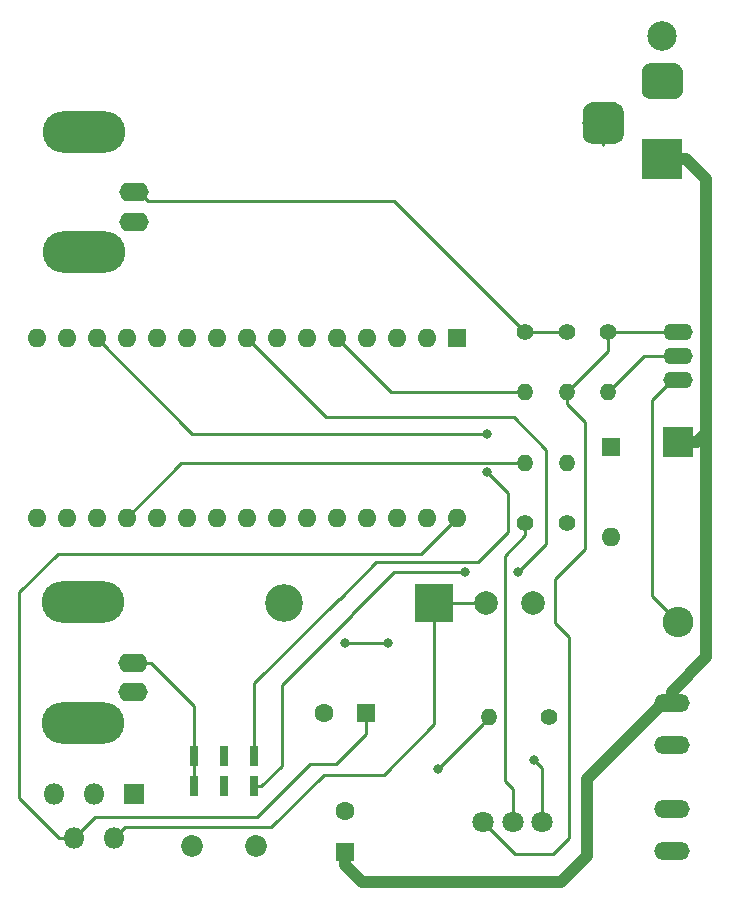
<source format=gbr>
G04 #@! TF.GenerationSoftware,KiCad,Pcbnew,(5.0.0)*
G04 #@! TF.CreationDate,2018-10-11T22:14:57+02:00*
G04 #@! TF.ProjectId,OpenSpritzer_1.2,4F70656E53707269747A65725F312E32,rev?*
G04 #@! TF.SameCoordinates,Original*
G04 #@! TF.FileFunction,Copper,L1,Top,Signal*
G04 #@! TF.FilePolarity,Positive*
%FSLAX46Y46*%
G04 Gerber Fmt 4.6, Leading zero omitted, Abs format (unit mm)*
G04 Created by KiCad (PCBNEW (5.0.0)) date 10/11/18 22:14:57*
%MOMM*%
%LPD*%
G01*
G04 APERTURE LIST*
G04 #@! TA.AperFunction,Conductor*
%ADD10C,0.100000*%
G04 #@! TD*
G04 #@! TA.AperFunction,ComponentPad*
%ADD11C,3.500000*%
G04 #@! TD*
G04 #@! TA.AperFunction,ComponentPad*
%ADD12C,3.000000*%
G04 #@! TD*
G04 #@! TA.AperFunction,ComponentPad*
%ADD13R,3.500000X3.500000*%
G04 #@! TD*
G04 #@! TA.AperFunction,ComponentPad*
%ADD14C,2.500000*%
G04 #@! TD*
G04 #@! TA.AperFunction,ComponentPad*
%ADD15C,1.800000*%
G04 #@! TD*
G04 #@! TA.AperFunction,ComponentPad*
%ADD16O,2.500000X1.400000*%
G04 #@! TD*
G04 #@! TA.AperFunction,ComponentPad*
%ADD17R,3.200000X3.200000*%
G04 #@! TD*
G04 #@! TA.AperFunction,ComponentPad*
%ADD18O,3.200000X3.200000*%
G04 #@! TD*
G04 #@! TA.AperFunction,ComponentPad*
%ADD19R,0.750000X1.750000*%
G04 #@! TD*
G04 #@! TA.AperFunction,ComponentPad*
%ADD20C,1.850000*%
G04 #@! TD*
G04 #@! TA.AperFunction,ComponentPad*
%ADD21R,1.600000X1.600000*%
G04 #@! TD*
G04 #@! TA.AperFunction,ComponentPad*
%ADD22C,1.600000*%
G04 #@! TD*
G04 #@! TA.AperFunction,ComponentPad*
%ADD23O,1.400000X1.400000*%
G04 #@! TD*
G04 #@! TA.AperFunction,ComponentPad*
%ADD24C,1.400000*%
G04 #@! TD*
G04 #@! TA.AperFunction,ComponentPad*
%ADD25O,3.010000X1.510000*%
G04 #@! TD*
G04 #@! TA.AperFunction,ComponentPad*
%ADD26O,7.000240X3.500120*%
G04 #@! TD*
G04 #@! TA.AperFunction,ComponentPad*
%ADD27O,2.499360X1.600200*%
G04 #@! TD*
G04 #@! TA.AperFunction,ComponentPad*
%ADD28O,1.600000X1.600000*%
G04 #@! TD*
G04 #@! TA.AperFunction,ComponentPad*
%ADD29R,2.600000X2.600000*%
G04 #@! TD*
G04 #@! TA.AperFunction,ComponentPad*
%ADD30O,2.600000X2.600000*%
G04 #@! TD*
G04 #@! TA.AperFunction,ComponentPad*
%ADD31C,2.000000*%
G04 #@! TD*
G04 #@! TA.AperFunction,ComponentPad*
%ADD32R,1.800000X1.800000*%
G04 #@! TD*
G04 #@! TA.AperFunction,ComponentPad*
%ADD33O,1.800000X1.800000*%
G04 #@! TD*
G04 #@! TA.AperFunction,ViaPad*
%ADD34C,0.800000*%
G04 #@! TD*
G04 #@! TA.AperFunction,Conductor*
%ADD35C,0.250000*%
G04 #@! TD*
G04 #@! TA.AperFunction,Conductor*
%ADD36C,1.000000*%
G04 #@! TD*
G04 APERTURE END LIST*
D10*
G04 #@! TO.N,GNDREF*
G04 #@! TO.C,*
G36*
X153060765Y-82554213D02*
X153145704Y-82566813D01*
X153228999Y-82587677D01*
X153309848Y-82616605D01*
X153387472Y-82653319D01*
X153461124Y-82697464D01*
X153530094Y-82748616D01*
X153593718Y-82806282D01*
X153651384Y-82869906D01*
X153702536Y-82938876D01*
X153746681Y-83012528D01*
X153783395Y-83090152D01*
X153812323Y-83171001D01*
X153833187Y-83254296D01*
X153845787Y-83339235D01*
X153850000Y-83425000D01*
X153850000Y-85175000D01*
X153845787Y-85260765D01*
X153833187Y-85345704D01*
X153812323Y-85428999D01*
X153783395Y-85509848D01*
X153746681Y-85587472D01*
X153702536Y-85661124D01*
X153651384Y-85730094D01*
X153593718Y-85793718D01*
X153530094Y-85851384D01*
X153461124Y-85902536D01*
X153387472Y-85946681D01*
X153309848Y-85983395D01*
X153228999Y-86012323D01*
X153145704Y-86033187D01*
X153060765Y-86045787D01*
X152975000Y-86050000D01*
X151225000Y-86050000D01*
X151139235Y-86045787D01*
X151054296Y-86033187D01*
X150971001Y-86012323D01*
X150890152Y-85983395D01*
X150812528Y-85946681D01*
X150738876Y-85902536D01*
X150669906Y-85851384D01*
X150606282Y-85793718D01*
X150548616Y-85730094D01*
X150497464Y-85661124D01*
X150453319Y-85587472D01*
X150416605Y-85509848D01*
X150387677Y-85428999D01*
X150366813Y-85345704D01*
X150354213Y-85260765D01*
X150350000Y-85175000D01*
X150350000Y-83425000D01*
X150354213Y-83339235D01*
X150366813Y-83254296D01*
X150387677Y-83171001D01*
X150416605Y-83090152D01*
X150453319Y-83012528D01*
X150497464Y-82938876D01*
X150548616Y-82869906D01*
X150606282Y-82806282D01*
X150669906Y-82748616D01*
X150738876Y-82697464D01*
X150812528Y-82653319D01*
X150890152Y-82616605D01*
X150971001Y-82587677D01*
X151054296Y-82566813D01*
X151139235Y-82554213D01*
X151225000Y-82550000D01*
X152975000Y-82550000D01*
X153060765Y-82554213D01*
X153060765Y-82554213D01*
G37*
D11*
G04 #@! TD*
G04 #@! TO.P,,3*
G04 #@! TO.N,GNDREF*
X152100000Y-84300000D03*
D10*
G04 #@! TO.N,GNDREF*
G04 #@! TO.C,*
G36*
X158173513Y-79253611D02*
X158246318Y-79264411D01*
X158317714Y-79282295D01*
X158387013Y-79307090D01*
X158453548Y-79338559D01*
X158516678Y-79376398D01*
X158575795Y-79420242D01*
X158630330Y-79469670D01*
X158679758Y-79524205D01*
X158723602Y-79583322D01*
X158761441Y-79646452D01*
X158792910Y-79712987D01*
X158817705Y-79782286D01*
X158835589Y-79853682D01*
X158846389Y-79926487D01*
X158850000Y-80000000D01*
X158850000Y-81500000D01*
X158846389Y-81573513D01*
X158835589Y-81646318D01*
X158817705Y-81717714D01*
X158792910Y-81787013D01*
X158761441Y-81853548D01*
X158723602Y-81916678D01*
X158679758Y-81975795D01*
X158630330Y-82030330D01*
X158575795Y-82079758D01*
X158516678Y-82123602D01*
X158453548Y-82161441D01*
X158387013Y-82192910D01*
X158317714Y-82217705D01*
X158246318Y-82235589D01*
X158173513Y-82246389D01*
X158100000Y-82250000D01*
X156100000Y-82250000D01*
X156026487Y-82246389D01*
X155953682Y-82235589D01*
X155882286Y-82217705D01*
X155812987Y-82192910D01*
X155746452Y-82161441D01*
X155683322Y-82123602D01*
X155624205Y-82079758D01*
X155569670Y-82030330D01*
X155520242Y-81975795D01*
X155476398Y-81916678D01*
X155438559Y-81853548D01*
X155407090Y-81787013D01*
X155382295Y-81717714D01*
X155364411Y-81646318D01*
X155353611Y-81573513D01*
X155350000Y-81500000D01*
X155350000Y-80000000D01*
X155353611Y-79926487D01*
X155364411Y-79853682D01*
X155382295Y-79782286D01*
X155407090Y-79712987D01*
X155438559Y-79646452D01*
X155476398Y-79583322D01*
X155520242Y-79524205D01*
X155569670Y-79469670D01*
X155624205Y-79420242D01*
X155683322Y-79376398D01*
X155746452Y-79338559D01*
X155812987Y-79307090D01*
X155882286Y-79282295D01*
X155953682Y-79264411D01*
X156026487Y-79253611D01*
X156100000Y-79250000D01*
X158100000Y-79250000D01*
X158173513Y-79253611D01*
X158173513Y-79253611D01*
G37*
D12*
G04 #@! TD*
G04 #@! TO.P,,2*
G04 #@! TO.N,GNDREF*
X157100000Y-80750000D03*
D13*
G04 #@! TO.P,,1*
G04 #@! TO.N,Net-(C1-Pad1)*
X157100000Y-87350000D03*
D14*
G04 #@! TO.P,,4*
G04 #@! TO.N,N/C*
X157100000Y-76950000D03*
G04 #@! TD*
D15*
G04 #@! TO.P,,3*
G04 #@! TO.N,Net-(A1-Pad27)*
X146960000Y-143480000D03*
G04 #@! TO.P,,2*
G04 #@! TO.N,Net-(R1-Pad1)*
X144460000Y-143480000D03*
G04 #@! TO.P,,1*
G04 #@! TO.N,Net-(Q1-Pad1)*
X141960000Y-143480000D03*
G04 #@! TD*
D16*
G04 #@! TO.P,,2*
G04 #@! TO.N,Net-(Q1-Pad2)*
X158475000Y-104025000D03*
G04 #@! TO.P,,1*
G04 #@! TO.N,GNDREF*
X158475000Y-102025000D03*
G04 #@! TO.P,,3*
G04 #@! TO.N,Net-(D3-Pad2)*
X158475000Y-106025000D03*
G04 #@! TD*
D17*
G04 #@! TO.P,,1*
G04 #@! TO.N,Net-(D4-Pad1)*
X137800000Y-124950000D03*
D18*
G04 #@! TO.P,,2*
G04 #@! TO.N,GNDREF*
X125100000Y-124950000D03*
G04 #@! TD*
D19*
G04 #@! TO.P,,1*
G04 #@! TO.N,Net-(J4-Pad1)*
X117460000Y-137930000D03*
G04 #@! TO.P,,2*
G04 #@! TO.N,Net-(R2-Pad2)*
X120000000Y-137930000D03*
G04 #@! TO.P,,3*
G04 #@! TO.N,Net-(A1-Pad13)*
X122540000Y-137930000D03*
G04 #@! TO.P,,4*
G04 #@! TO.N,Net-(J4-Pad1)*
X117460000Y-140470000D03*
G04 #@! TO.P,,5*
G04 #@! TO.N,Net-(D2-Pad2)*
X120000000Y-140470000D03*
G04 #@! TO.P,,6*
G04 #@! TO.N,Net-(A1-Pad8)*
X122540000Y-140470000D03*
D20*
G04 #@! TO.P,,7*
G04 #@! TO.N,N/C*
X117300000Y-145550000D03*
G04 #@! TO.P,,8*
X122700000Y-145550000D03*
G04 #@! TD*
D21*
G04 #@! TO.P,,1*
G04 #@! TO.N,Net-(C1-Pad1)*
X130200000Y-146050000D03*
D22*
G04 #@! TO.P,,2*
G04 #@! TO.N,GNDREF*
X130200000Y-142550000D03*
G04 #@! TD*
D23*
G04 #@! TO.P,,2*
G04 #@! TO.N,Net-(A1-Pad5)*
X145500000Y-107080000D03*
D24*
G04 #@! TO.P,,1*
G04 #@! TO.N,Net-(J1-Pad1)*
X145500000Y-102000000D03*
G04 #@! TD*
D23*
G04 #@! TO.P,,2*
G04 #@! TO.N,Net-(Q1-Pad1)*
X149000000Y-107080000D03*
D24*
G04 #@! TO.P,,1*
G04 #@! TO.N,Net-(J1-Pad1)*
X149000000Y-102000000D03*
G04 #@! TD*
D23*
G04 #@! TO.P,,2*
G04 #@! TO.N,Net-(Q1-Pad2)*
X152500000Y-107080000D03*
D24*
G04 #@! TO.P,,1*
G04 #@! TO.N,Net-(Q1-Pad1)*
X152500000Y-102000000D03*
G04 #@! TD*
D23*
G04 #@! TO.P,,2*
G04 #@! TO.N,Net-(D2-Pad1)*
X149000000Y-113120000D03*
D24*
G04 #@! TO.P,,1*
G04 #@! TO.N,Net-(Q1-Pad2)*
X149000000Y-118200000D03*
G04 #@! TD*
D23*
G04 #@! TO.P,,2*
G04 #@! TO.N,Net-(A1-Pad19)*
X145500000Y-113120000D03*
D24*
G04 #@! TO.P,,1*
G04 #@! TO.N,Net-(R1-Pad1)*
X145500000Y-118200000D03*
G04 #@! TD*
D22*
G04 #@! TO.P,,2*
G04 #@! TO.N,GNDREF*
X128500000Y-134250000D03*
D21*
G04 #@! TO.P,,1*
G04 #@! TO.N,Net-(A1-Pad30)*
X132000000Y-134250000D03*
G04 #@! TD*
D23*
G04 #@! TO.P,,2*
G04 #@! TO.N,Net-(R2-Pad2)*
X142465479Y-134634520D03*
D24*
G04 #@! TO.P,,1*
G04 #@! TO.N,Net-(D1-Pad2)*
X147545479Y-134634520D03*
G04 #@! TD*
D25*
G04 #@! TO.P,,1*
G04 #@! TO.N,GNDREF*
X157925000Y-142425000D03*
G04 #@! TO.P,,2*
G04 #@! TO.N,Net-(D1-Pad2)*
X157925000Y-145925000D03*
G04 #@! TD*
G04 #@! TO.P,,2*
G04 #@! TO.N,Net-(D3-Pad2)*
X157900000Y-136950000D03*
G04 #@! TO.P,,1*
G04 #@! TO.N,Net-(C1-Pad1)*
X157900000Y-133450000D03*
G04 #@! TD*
D26*
G04 #@! TO.P,,2*
G04 #@! TO.N,Net-(A1-Pad27)*
X108111600Y-95247780D03*
X108111600Y-85049680D03*
D27*
G04 #@! TO.P,,1*
G04 #@! TO.N,Net-(J1-Pad1)*
X112376260Y-90150000D03*
G04 #@! TO.P,,2*
G04 #@! TO.N,Net-(A1-Pad27)*
X112376260Y-92649360D03*
G04 #@! TD*
D21*
G04 #@! TO.P,,1*
G04 #@! TO.N,Net-(A1-Pad1)*
X139700000Y-102500000D03*
D28*
G04 #@! TO.P,,17*
G04 #@! TO.N,Net-(A1-Pad17)*
X106680000Y-117740000D03*
G04 #@! TO.P,,2*
G04 #@! TO.N,Net-(A1-Pad2)*
X137160000Y-102500000D03*
G04 #@! TO.P,,18*
G04 #@! TO.N,Net-(A1-Pad18)*
X109220000Y-117740000D03*
G04 #@! TO.P,,3*
G04 #@! TO.N,Net-(A1-Pad3)*
X134620000Y-102500000D03*
G04 #@! TO.P,,19*
G04 #@! TO.N,Net-(A1-Pad19)*
X111760000Y-117740000D03*
G04 #@! TO.P,,4*
G04 #@! TO.N,Net-(A1-Pad4)*
X132080000Y-102500000D03*
G04 #@! TO.P,,20*
G04 #@! TO.N,Net-(A1-Pad20)*
X114300000Y-117740000D03*
G04 #@! TO.P,,5*
G04 #@! TO.N,Net-(A1-Pad5)*
X129540000Y-102500000D03*
G04 #@! TO.P,,21*
G04 #@! TO.N,Net-(A1-Pad21)*
X116840000Y-117740000D03*
G04 #@! TO.P,,6*
G04 #@! TO.N,Net-(A1-Pad6)*
X127000000Y-102500000D03*
G04 #@! TO.P,,22*
G04 #@! TO.N,Net-(A1-Pad22)*
X119380000Y-117740000D03*
G04 #@! TO.P,,7*
G04 #@! TO.N,Net-(A1-Pad7)*
X124460000Y-102500000D03*
G04 #@! TO.P,,23*
G04 #@! TO.N,Net-(A1-Pad23)*
X121920000Y-117740000D03*
G04 #@! TO.P,,8*
G04 #@! TO.N,Net-(A1-Pad8)*
X121920000Y-102500000D03*
G04 #@! TO.P,,24*
G04 #@! TO.N,Net-(A1-Pad24)*
X124460000Y-117740000D03*
G04 #@! TO.P,,9*
G04 #@! TO.N,Net-(A1-Pad9)*
X119380000Y-102500000D03*
G04 #@! TO.P,,25*
G04 #@! TO.N,Net-(A1-Pad25)*
X127000000Y-117740000D03*
G04 #@! TO.P,,10*
G04 #@! TO.N,Net-(A1-Pad10)*
X116840000Y-102500000D03*
G04 #@! TO.P,,26*
G04 #@! TO.N,Net-(A1-Pad26)*
X129540000Y-117740000D03*
G04 #@! TO.P,,11*
G04 #@! TO.N,Net-(A1-Pad11)*
X114300000Y-102500000D03*
G04 #@! TO.P,,27*
G04 #@! TO.N,Net-(A1-Pad27)*
X132080000Y-117740000D03*
G04 #@! TO.P,,12*
G04 #@! TO.N,Net-(A1-Pad12)*
X111760000Y-102500000D03*
G04 #@! TO.P,,28*
G04 #@! TO.N,Net-(A1-Pad28)*
X134620000Y-117740000D03*
G04 #@! TO.P,,13*
G04 #@! TO.N,Net-(A1-Pad13)*
X109220000Y-102500000D03*
G04 #@! TO.P,,29*
G04 #@! TO.N,GNDREF*
X137160000Y-117740000D03*
G04 #@! TO.P,,14*
G04 #@! TO.N,Net-(A1-Pad14)*
X106680000Y-102500000D03*
G04 #@! TO.P,,30*
G04 #@! TO.N,Net-(A1-Pad30)*
X139700000Y-117740000D03*
G04 #@! TO.P,,15*
G04 #@! TO.N,Net-(A1-Pad15)*
X104140000Y-102500000D03*
G04 #@! TO.P,,16*
G04 #@! TO.N,Net-(A1-Pad16)*
X104140000Y-117740000D03*
G04 #@! TD*
D21*
G04 #@! TO.P,,1*
G04 #@! TO.N,Net-(D2-Pad1)*
X152800000Y-111750000D03*
D28*
G04 #@! TO.P,,2*
G04 #@! TO.N,Net-(D2-Pad2)*
X152800000Y-119370000D03*
G04 #@! TD*
D29*
G04 #@! TO.P,,1*
G04 #@! TO.N,Net-(C1-Pad1)*
X158475000Y-111350000D03*
D30*
G04 #@! TO.P,,2*
G04 #@! TO.N,Net-(D3-Pad2)*
X158475000Y-126590000D03*
G04 #@! TD*
D31*
G04 #@! TO.P,,1*
G04 #@! TO.N,Net-(A1-Pad30)*
X146175000Y-124950000D03*
G04 #@! TO.P,,2*
G04 #@! TO.N,Net-(D4-Pad1)*
X142175000Y-124950000D03*
G04 #@! TD*
D32*
G04 #@! TO.P,,1*
G04 #@! TO.N,Net-(C1-Pad1)*
X112400000Y-141150000D03*
D33*
G04 #@! TO.P,,2*
G04 #@! TO.N,Net-(D4-Pad1)*
X110700000Y-144850000D03*
G04 #@! TO.P,,3*
G04 #@! TO.N,GNDREF*
X109000000Y-141150000D03*
G04 #@! TO.P,,4*
G04 #@! TO.N,Net-(A1-Pad30)*
X107300000Y-144850000D03*
G04 #@! TO.P,,5*
G04 #@! TO.N,GNDREF*
X105600000Y-141150000D03*
G04 #@! TD*
D27*
G04 #@! TO.P,,2*
G04 #@! TO.N,GNDREF*
X112301260Y-132499360D03*
G04 #@! TO.P,,1*
G04 #@! TO.N,Net-(J4-Pad1)*
X112301260Y-130000000D03*
D26*
G04 #@! TO.P,,2*
G04 #@! TO.N,GNDREF*
X108036600Y-124899680D03*
X108036600Y-135097780D03*
G04 #@! TD*
D34*
G04 #@! TO.N,Net-(A1-Pad13)*
X142275000Y-113850000D03*
X142275000Y-110600000D03*
G04 #@! TO.N,Net-(A1-Pad27)*
X146200000Y-138200000D03*
G04 #@! TO.N,Net-(A1-Pad8)*
X140400000Y-122325000D03*
X144925000Y-122325000D03*
G04 #@! TO.N,Net-(D2-Pad2)*
X133900000Y-128300000D03*
X130200000Y-128300000D03*
G04 #@! TO.N,Net-(R2-Pad2)*
X138075000Y-139025000D03*
G04 #@! TD*
D35*
G04 #@! TO.N,Net-(A1-Pad30)*
X136665000Y-120775000D02*
X139700000Y-117740000D01*
X105900000Y-120775000D02*
X136665000Y-120775000D01*
X102625000Y-124050000D02*
X105900000Y-120775000D01*
X102625000Y-141447792D02*
X102625000Y-124050000D01*
X107300000Y-144850000D02*
X106027208Y-144850000D01*
X106027208Y-144850000D02*
X102625000Y-141447792D01*
X146175000Y-124215000D02*
X146175000Y-124950000D01*
X132000000Y-134250000D02*
X132000000Y-136050000D01*
X132000000Y-136050000D02*
X129475000Y-138575000D01*
X129475000Y-138575000D02*
X127275000Y-138575000D01*
X127275000Y-138575000D02*
X122750000Y-143100000D01*
X109050000Y-143100000D02*
X107300000Y-144850000D01*
X122750000Y-143100000D02*
X109050000Y-143100000D01*
G04 #@! TO.N,GNDREF*
X152100000Y-84300000D02*
X152100000Y-86150000D01*
G04 #@! TO.N,Net-(A1-Pad13)*
X109220000Y-102500000D02*
X117320000Y-110600000D01*
X122540000Y-137930000D02*
X122540000Y-131735000D01*
X122540000Y-131735000D02*
X129700000Y-124575000D01*
X129700000Y-124575000D02*
X129725000Y-124575000D01*
X144025000Y-115600000D02*
X142275000Y-113850000D01*
X142275000Y-113850000D02*
X142275000Y-113850000D01*
X117320000Y-110600000D02*
X142275000Y-110600000D01*
X129775000Y-124575000D02*
X132900000Y-121450000D01*
X129700000Y-124575000D02*
X129775000Y-124575000D01*
X141475000Y-121450000D02*
X144025000Y-118900000D01*
X132900000Y-121450000D02*
X141475000Y-121450000D01*
X144025000Y-118900000D02*
X144025000Y-115600000D01*
G04 #@! TO.N,Net-(A1-Pad27)*
X146960000Y-142207208D02*
X146950000Y-142197208D01*
X146960000Y-143480000D02*
X146960000Y-142207208D01*
X146950000Y-142197208D02*
X146950000Y-138975000D01*
X146950000Y-138975000D02*
X146950000Y-138950000D01*
X146950000Y-138950000D02*
X146200000Y-138200000D01*
X146200000Y-138200000D02*
X146175000Y-138175000D01*
G04 #@! TO.N,Net-(A1-Pad8)*
X121920000Y-102500000D02*
X128570000Y-109150000D01*
X123165000Y-140470000D02*
X124900000Y-138735000D01*
X122540000Y-140470000D02*
X123165000Y-140470000D01*
X124900000Y-138735000D02*
X124900000Y-131875000D01*
X124900000Y-131875000D02*
X130850000Y-125925000D01*
X130850000Y-125925000D02*
X130850000Y-125900000D01*
X130850000Y-125900000D02*
X134425000Y-122325000D01*
X128570000Y-109150000D02*
X128620000Y-109200000D01*
X128620000Y-109200000D02*
X141549999Y-109200000D01*
X141549999Y-109200000D02*
X144525000Y-109200000D01*
X144525000Y-109200000D02*
X147275000Y-111950000D01*
X147275000Y-111950000D02*
X147275000Y-119975000D01*
X147275000Y-119975000D02*
X144925000Y-122325000D01*
X134425000Y-122325000D02*
X140400000Y-122325000D01*
X140400000Y-122325000D02*
X140400000Y-122325000D01*
X144925000Y-122325000D02*
X144925000Y-122325000D01*
G04 #@! TO.N,Net-(A1-Pad5)*
X134120000Y-107080000D02*
X129540000Y-102500000D01*
X145500000Y-107080000D02*
X134120000Y-107080000D01*
G04 #@! TO.N,Net-(A1-Pad19)*
X116380000Y-113120000D02*
X145500000Y-113120000D01*
X111760000Y-117740000D02*
X116380000Y-113120000D01*
G04 #@! TO.N,Net-(D2-Pad2)*
X133900000Y-128300000D02*
X133334315Y-128300000D01*
X133334315Y-128300000D02*
X130200000Y-128300000D01*
X130200000Y-128300000D02*
X130200000Y-128300000D01*
G04 #@! TO.N,Net-(D3-Pad2)*
X157925000Y-106025000D02*
X158475000Y-106025000D01*
X156225000Y-107725000D02*
X157925000Y-106025000D01*
X156225000Y-124340000D02*
X156225000Y-107725000D01*
X158475000Y-126590000D02*
X156225000Y-124340000D01*
G04 #@! TO.N,Net-(J1-Pad1)*
X146489949Y-102000000D02*
X149000000Y-102000000D01*
X145500000Y-102000000D02*
X146489949Y-102000000D01*
X112825840Y-90150000D02*
X113550840Y-90875000D01*
X112376260Y-90150000D02*
X112825840Y-90150000D01*
X134375000Y-90875000D02*
X145500000Y-102000000D01*
X113550840Y-90875000D02*
X134375000Y-90875000D01*
G04 #@! TO.N,Net-(Q1-Pad2)*
X155555000Y-104025000D02*
X152500000Y-107080000D01*
X158475000Y-104025000D02*
X155555000Y-104025000D01*
G04 #@! TO.N,Net-(R1-Pad1)*
X144460000Y-140710000D02*
X144460000Y-143480000D01*
X143750000Y-140000000D02*
X144460000Y-140710000D01*
X143750000Y-120939949D02*
X143750000Y-140000000D01*
X145500000Y-118200000D02*
X145500000Y-119189949D01*
X145500000Y-119189949D02*
X143750000Y-120939949D01*
G04 #@! TO.N,Net-(R2-Pad2)*
X141965480Y-134634520D02*
X142465479Y-134634520D01*
X142465479Y-134634520D02*
X141765480Y-135334520D01*
X141765480Y-135334520D02*
X138075000Y-139025000D01*
X138075000Y-139025000D02*
X138075000Y-139025000D01*
D36*
G04 #@! TO.N,Net-(C1-Pad1)*
X160025000Y-111350000D02*
X160825000Y-110550000D01*
X158475000Y-111350000D02*
X160025000Y-111350000D01*
X157900000Y-132445000D02*
X157900000Y-133450000D01*
X160825000Y-129520000D02*
X157900000Y-132445000D01*
X160825000Y-110550000D02*
X160825000Y-129520000D01*
D35*
X157150000Y-133450000D02*
X157900000Y-133450000D01*
D36*
X150750000Y-139850000D02*
X157150000Y-133450000D01*
X150750000Y-143650000D02*
X150750000Y-139850000D01*
X130200000Y-147100000D02*
X131700000Y-148600000D01*
X130200000Y-146050000D02*
X130200000Y-147100000D01*
X131700000Y-148600000D02*
X148525000Y-148600000D01*
X150750000Y-146375000D02*
X150750000Y-143650000D01*
X148525000Y-148600000D02*
X150750000Y-146375000D01*
X160825000Y-89075000D02*
X160825000Y-110550000D01*
X159100000Y-87350000D02*
X160825000Y-89075000D01*
X157100000Y-87350000D02*
X159100000Y-87350000D01*
D35*
G04 #@! TO.N,Net-(D4-Pad1)*
X137800000Y-135200000D02*
X137800000Y-124950000D01*
X139650000Y-124950000D02*
X142175000Y-124950000D01*
X137800000Y-124950000D02*
X139650000Y-124950000D01*
X111599999Y-143950001D02*
X123999999Y-143950001D01*
X110700000Y-144850000D02*
X111599999Y-143950001D01*
X123999999Y-143950001D02*
X128475000Y-139475000D01*
X133525000Y-139475000D02*
X137800000Y-135200000D01*
X128475000Y-139475000D02*
X133525000Y-139475000D01*
G04 #@! TO.N,Net-(J4-Pad1)*
X117460000Y-136805000D02*
X117460000Y-137930000D01*
X117460000Y-133659060D02*
X117460000Y-136805000D01*
X113800940Y-130000000D02*
X117460000Y-133659060D01*
X112301260Y-130000000D02*
X113800940Y-130000000D01*
X117460000Y-137930000D02*
X117460000Y-140470000D01*
G04 #@! TO.N,Net-(Q1-Pad1)*
X152500000Y-103580000D02*
X152500000Y-102000000D01*
X149000000Y-107080000D02*
X152500000Y-103580000D01*
X158450000Y-102000000D02*
X158475000Y-102025000D01*
X152500000Y-102000000D02*
X155425000Y-102000000D01*
X149000000Y-108069949D02*
X150575000Y-109644949D01*
X149000000Y-107080000D02*
X149000000Y-108069949D01*
X150575000Y-109644949D02*
X150575000Y-120400000D01*
X150575000Y-120400000D02*
X148050000Y-122925000D01*
X142859999Y-144379999D02*
X142859999Y-144409999D01*
X141960000Y-143480000D02*
X142859999Y-144379999D01*
X142859999Y-144409999D02*
X144650000Y-146200000D01*
X144650000Y-146200000D02*
X147825000Y-146200000D01*
X147825000Y-146200000D02*
X149225000Y-144800000D01*
X149225000Y-127850000D02*
X148050000Y-126675000D01*
X149225000Y-144800000D02*
X149225000Y-127850000D01*
X148050000Y-122925000D02*
X148050000Y-126675000D01*
X155425000Y-102000000D02*
X158450000Y-102000000D01*
G04 #@! TD*
M02*

</source>
